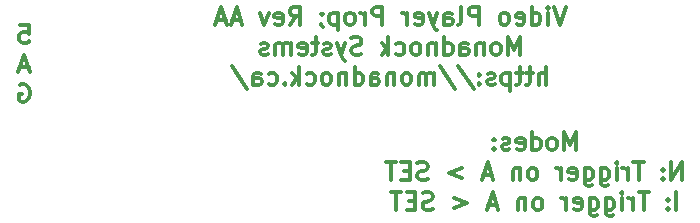
<source format=gbo>
G04 #@! TF.FileFunction,Legend,Bot*
%FSLAX46Y46*%
G04 Gerber Fmt 4.6, Leading zero omitted, Abs format (unit mm)*
G04 Created by KiCad (PCBNEW 4.0.7) date Sun Mar 11 19:02:25 2018*
%MOMM*%
%LPD*%
G01*
G04 APERTURE LIST*
%ADD10C,0.025400*%
%ADD11C,0.300000*%
G04 APERTURE END LIST*
D10*
D11*
X147726466Y-114743091D02*
X147726466Y-113243091D01*
X147226466Y-114314520D01*
X146726466Y-113243091D01*
X146726466Y-114743091D01*
X145797894Y-114743091D02*
X145940752Y-114671663D01*
X146012180Y-114600234D01*
X146083609Y-114457377D01*
X146083609Y-114028806D01*
X146012180Y-113885949D01*
X145940752Y-113814520D01*
X145797894Y-113743091D01*
X145583609Y-113743091D01*
X145440752Y-113814520D01*
X145369323Y-113885949D01*
X145297894Y-114028806D01*
X145297894Y-114457377D01*
X145369323Y-114600234D01*
X145440752Y-114671663D01*
X145583609Y-114743091D01*
X145797894Y-114743091D01*
X144012180Y-114743091D02*
X144012180Y-113243091D01*
X144012180Y-114671663D02*
X144155037Y-114743091D01*
X144440751Y-114743091D01*
X144583609Y-114671663D01*
X144655037Y-114600234D01*
X144726466Y-114457377D01*
X144726466Y-114028806D01*
X144655037Y-113885949D01*
X144583609Y-113814520D01*
X144440751Y-113743091D01*
X144155037Y-113743091D01*
X144012180Y-113814520D01*
X142726466Y-114671663D02*
X142869323Y-114743091D01*
X143155037Y-114743091D01*
X143297894Y-114671663D01*
X143369323Y-114528806D01*
X143369323Y-113957377D01*
X143297894Y-113814520D01*
X143155037Y-113743091D01*
X142869323Y-113743091D01*
X142726466Y-113814520D01*
X142655037Y-113957377D01*
X142655037Y-114100234D01*
X143369323Y-114243091D01*
X142083609Y-114671663D02*
X141940752Y-114743091D01*
X141655037Y-114743091D01*
X141512180Y-114671663D01*
X141440752Y-114528806D01*
X141440752Y-114457377D01*
X141512180Y-114314520D01*
X141655037Y-114243091D01*
X141869323Y-114243091D01*
X142012180Y-114171663D01*
X142083609Y-114028806D01*
X142083609Y-113957377D01*
X142012180Y-113814520D01*
X141869323Y-113743091D01*
X141655037Y-113743091D01*
X141512180Y-113814520D01*
X140797894Y-114600234D02*
X140726466Y-114671663D01*
X140797894Y-114743091D01*
X140869323Y-114671663D01*
X140797894Y-114600234D01*
X140797894Y-114743091D01*
X140797894Y-113814520D02*
X140726466Y-113885949D01*
X140797894Y-113957377D01*
X140869323Y-113885949D01*
X140797894Y-113814520D01*
X140797894Y-113957377D01*
X156655036Y-117293091D02*
X156655036Y-115793091D01*
X155797893Y-117293091D01*
X155797893Y-115793091D01*
X155083607Y-117150234D02*
X155012179Y-117221663D01*
X155083607Y-117293091D01*
X155155036Y-117221663D01*
X155083607Y-117150234D01*
X155083607Y-117293091D01*
X155083607Y-116364520D02*
X155012179Y-116435949D01*
X155083607Y-116507377D01*
X155155036Y-116435949D01*
X155083607Y-116364520D01*
X155083607Y-116507377D01*
X153440750Y-115793091D02*
X152583607Y-115793091D01*
X153012178Y-117293091D02*
X153012178Y-115793091D01*
X152083607Y-117293091D02*
X152083607Y-116293091D01*
X152083607Y-116578806D02*
X152012179Y-116435949D01*
X151940750Y-116364520D01*
X151797893Y-116293091D01*
X151655036Y-116293091D01*
X151155036Y-117293091D02*
X151155036Y-116293091D01*
X151155036Y-115793091D02*
X151226465Y-115864520D01*
X151155036Y-115935949D01*
X151083608Y-115864520D01*
X151155036Y-115793091D01*
X151155036Y-115935949D01*
X149797893Y-116293091D02*
X149797893Y-117507377D01*
X149869322Y-117650234D01*
X149940750Y-117721663D01*
X150083607Y-117793091D01*
X150297893Y-117793091D01*
X150440750Y-117721663D01*
X149797893Y-117221663D02*
X149940750Y-117293091D01*
X150226464Y-117293091D01*
X150369322Y-117221663D01*
X150440750Y-117150234D01*
X150512179Y-117007377D01*
X150512179Y-116578806D01*
X150440750Y-116435949D01*
X150369322Y-116364520D01*
X150226464Y-116293091D01*
X149940750Y-116293091D01*
X149797893Y-116364520D01*
X148440750Y-116293091D02*
X148440750Y-117507377D01*
X148512179Y-117650234D01*
X148583607Y-117721663D01*
X148726464Y-117793091D01*
X148940750Y-117793091D01*
X149083607Y-117721663D01*
X148440750Y-117221663D02*
X148583607Y-117293091D01*
X148869321Y-117293091D01*
X149012179Y-117221663D01*
X149083607Y-117150234D01*
X149155036Y-117007377D01*
X149155036Y-116578806D01*
X149083607Y-116435949D01*
X149012179Y-116364520D01*
X148869321Y-116293091D01*
X148583607Y-116293091D01*
X148440750Y-116364520D01*
X147155036Y-117221663D02*
X147297893Y-117293091D01*
X147583607Y-117293091D01*
X147726464Y-117221663D01*
X147797893Y-117078806D01*
X147797893Y-116507377D01*
X147726464Y-116364520D01*
X147583607Y-116293091D01*
X147297893Y-116293091D01*
X147155036Y-116364520D01*
X147083607Y-116507377D01*
X147083607Y-116650234D01*
X147797893Y-116793091D01*
X146440750Y-117293091D02*
X146440750Y-116293091D01*
X146440750Y-116578806D02*
X146369322Y-116435949D01*
X146297893Y-116364520D01*
X146155036Y-116293091D01*
X146012179Y-116293091D01*
X144155036Y-117293091D02*
X144297894Y-117221663D01*
X144369322Y-117150234D01*
X144440751Y-117007377D01*
X144440751Y-116578806D01*
X144369322Y-116435949D01*
X144297894Y-116364520D01*
X144155036Y-116293091D01*
X143940751Y-116293091D01*
X143797894Y-116364520D01*
X143726465Y-116435949D01*
X143655036Y-116578806D01*
X143655036Y-117007377D01*
X143726465Y-117150234D01*
X143797894Y-117221663D01*
X143940751Y-117293091D01*
X144155036Y-117293091D01*
X143012179Y-116293091D02*
X143012179Y-117293091D01*
X143012179Y-116435949D02*
X142940751Y-116364520D01*
X142797893Y-116293091D01*
X142583608Y-116293091D01*
X142440751Y-116364520D01*
X142369322Y-116507377D01*
X142369322Y-117293091D01*
X140583608Y-116864520D02*
X139869322Y-116864520D01*
X140726465Y-117293091D02*
X140226465Y-115793091D01*
X139726465Y-117293091D01*
X138083608Y-116293091D02*
X136940751Y-116721663D01*
X138083608Y-117150234D01*
X135155037Y-117221663D02*
X134940751Y-117293091D01*
X134583608Y-117293091D01*
X134440751Y-117221663D01*
X134369322Y-117150234D01*
X134297894Y-117007377D01*
X134297894Y-116864520D01*
X134369322Y-116721663D01*
X134440751Y-116650234D01*
X134583608Y-116578806D01*
X134869322Y-116507377D01*
X135012180Y-116435949D01*
X135083608Y-116364520D01*
X135155037Y-116221663D01*
X135155037Y-116078806D01*
X135083608Y-115935949D01*
X135012180Y-115864520D01*
X134869322Y-115793091D01*
X134512180Y-115793091D01*
X134297894Y-115864520D01*
X133655037Y-116507377D02*
X133155037Y-116507377D01*
X132940751Y-117293091D02*
X133655037Y-117293091D01*
X133655037Y-115793091D01*
X132940751Y-115793091D01*
X132512180Y-115793091D02*
X131655037Y-115793091D01*
X132083608Y-117293091D02*
X132083608Y-115793091D01*
X156226465Y-119843091D02*
X156226465Y-118343091D01*
X155512179Y-119700234D02*
X155440751Y-119771663D01*
X155512179Y-119843091D01*
X155583608Y-119771663D01*
X155512179Y-119700234D01*
X155512179Y-119843091D01*
X155512179Y-118914520D02*
X155440751Y-118985949D01*
X155512179Y-119057377D01*
X155583608Y-118985949D01*
X155512179Y-118914520D01*
X155512179Y-119057377D01*
X153869322Y-118343091D02*
X153012179Y-118343091D01*
X153440750Y-119843091D02*
X153440750Y-118343091D01*
X152512179Y-119843091D02*
X152512179Y-118843091D01*
X152512179Y-119128806D02*
X152440751Y-118985949D01*
X152369322Y-118914520D01*
X152226465Y-118843091D01*
X152083608Y-118843091D01*
X151583608Y-119843091D02*
X151583608Y-118843091D01*
X151583608Y-118343091D02*
X151655037Y-118414520D01*
X151583608Y-118485949D01*
X151512180Y-118414520D01*
X151583608Y-118343091D01*
X151583608Y-118485949D01*
X150226465Y-118843091D02*
X150226465Y-120057377D01*
X150297894Y-120200234D01*
X150369322Y-120271663D01*
X150512179Y-120343091D01*
X150726465Y-120343091D01*
X150869322Y-120271663D01*
X150226465Y-119771663D02*
X150369322Y-119843091D01*
X150655036Y-119843091D01*
X150797894Y-119771663D01*
X150869322Y-119700234D01*
X150940751Y-119557377D01*
X150940751Y-119128806D01*
X150869322Y-118985949D01*
X150797894Y-118914520D01*
X150655036Y-118843091D01*
X150369322Y-118843091D01*
X150226465Y-118914520D01*
X148869322Y-118843091D02*
X148869322Y-120057377D01*
X148940751Y-120200234D01*
X149012179Y-120271663D01*
X149155036Y-120343091D01*
X149369322Y-120343091D01*
X149512179Y-120271663D01*
X148869322Y-119771663D02*
X149012179Y-119843091D01*
X149297893Y-119843091D01*
X149440751Y-119771663D01*
X149512179Y-119700234D01*
X149583608Y-119557377D01*
X149583608Y-119128806D01*
X149512179Y-118985949D01*
X149440751Y-118914520D01*
X149297893Y-118843091D01*
X149012179Y-118843091D01*
X148869322Y-118914520D01*
X147583608Y-119771663D02*
X147726465Y-119843091D01*
X148012179Y-119843091D01*
X148155036Y-119771663D01*
X148226465Y-119628806D01*
X148226465Y-119057377D01*
X148155036Y-118914520D01*
X148012179Y-118843091D01*
X147726465Y-118843091D01*
X147583608Y-118914520D01*
X147512179Y-119057377D01*
X147512179Y-119200234D01*
X148226465Y-119343091D01*
X146869322Y-119843091D02*
X146869322Y-118843091D01*
X146869322Y-119128806D02*
X146797894Y-118985949D01*
X146726465Y-118914520D01*
X146583608Y-118843091D01*
X146440751Y-118843091D01*
X144583608Y-119843091D02*
X144726466Y-119771663D01*
X144797894Y-119700234D01*
X144869323Y-119557377D01*
X144869323Y-119128806D01*
X144797894Y-118985949D01*
X144726466Y-118914520D01*
X144583608Y-118843091D01*
X144369323Y-118843091D01*
X144226466Y-118914520D01*
X144155037Y-118985949D01*
X144083608Y-119128806D01*
X144083608Y-119557377D01*
X144155037Y-119700234D01*
X144226466Y-119771663D01*
X144369323Y-119843091D01*
X144583608Y-119843091D01*
X143440751Y-118843091D02*
X143440751Y-119843091D01*
X143440751Y-118985949D02*
X143369323Y-118914520D01*
X143226465Y-118843091D01*
X143012180Y-118843091D01*
X142869323Y-118914520D01*
X142797894Y-119057377D01*
X142797894Y-119843091D01*
X141012180Y-119414520D02*
X140297894Y-119414520D01*
X141155037Y-119843091D02*
X140655037Y-118343091D01*
X140155037Y-119843091D01*
X137369323Y-118843091D02*
X138512180Y-119271663D01*
X137369323Y-119700234D01*
X135583609Y-119771663D02*
X135369323Y-119843091D01*
X135012180Y-119843091D01*
X134869323Y-119771663D01*
X134797894Y-119700234D01*
X134726466Y-119557377D01*
X134726466Y-119414520D01*
X134797894Y-119271663D01*
X134869323Y-119200234D01*
X135012180Y-119128806D01*
X135297894Y-119057377D01*
X135440752Y-118985949D01*
X135512180Y-118914520D01*
X135583609Y-118771663D01*
X135583609Y-118628806D01*
X135512180Y-118485949D01*
X135440752Y-118414520D01*
X135297894Y-118343091D01*
X134940752Y-118343091D01*
X134726466Y-118414520D01*
X134083609Y-119057377D02*
X133583609Y-119057377D01*
X133369323Y-119843091D02*
X134083609Y-119843091D01*
X134083609Y-118343091D01*
X133369323Y-118343091D01*
X132940752Y-118343091D02*
X132083609Y-118343091D01*
X132512180Y-119843091D02*
X132512180Y-118343091D01*
X100619723Y-109265120D02*
X100762580Y-109193691D01*
X100976866Y-109193691D01*
X101191151Y-109265120D01*
X101334009Y-109407977D01*
X101405437Y-109550834D01*
X101476866Y-109836549D01*
X101476866Y-110050834D01*
X101405437Y-110336549D01*
X101334009Y-110479406D01*
X101191151Y-110622263D01*
X100976866Y-110693691D01*
X100834009Y-110693691D01*
X100619723Y-110622263D01*
X100548294Y-110550834D01*
X100548294Y-110050834D01*
X100834009Y-110050834D01*
X101369723Y-107765120D02*
X100655437Y-107765120D01*
X101512580Y-108193691D02*
X101012580Y-106693691D01*
X100512580Y-108193691D01*
X100655436Y-104193691D02*
X101369722Y-104193691D01*
X101441151Y-104907977D01*
X101369722Y-104836549D01*
X101226865Y-104765120D01*
X100869722Y-104765120D01*
X100726865Y-104836549D01*
X100655436Y-104907977D01*
X100584008Y-105050834D01*
X100584008Y-105407977D01*
X100655436Y-105550834D01*
X100726865Y-105622263D01*
X100869722Y-105693691D01*
X101226865Y-105693691D01*
X101369722Y-105622263D01*
X101441151Y-105550834D01*
X146834007Y-102643691D02*
X146334007Y-104143691D01*
X145834007Y-102643691D01*
X145334007Y-104143691D02*
X145334007Y-103143691D01*
X145334007Y-102643691D02*
X145405436Y-102715120D01*
X145334007Y-102786549D01*
X145262579Y-102715120D01*
X145334007Y-102643691D01*
X145334007Y-102786549D01*
X143976864Y-104143691D02*
X143976864Y-102643691D01*
X143976864Y-104072263D02*
X144119721Y-104143691D01*
X144405435Y-104143691D01*
X144548293Y-104072263D01*
X144619721Y-104000834D01*
X144691150Y-103857977D01*
X144691150Y-103429406D01*
X144619721Y-103286549D01*
X144548293Y-103215120D01*
X144405435Y-103143691D01*
X144119721Y-103143691D01*
X143976864Y-103215120D01*
X142691150Y-104072263D02*
X142834007Y-104143691D01*
X143119721Y-104143691D01*
X143262578Y-104072263D01*
X143334007Y-103929406D01*
X143334007Y-103357977D01*
X143262578Y-103215120D01*
X143119721Y-103143691D01*
X142834007Y-103143691D01*
X142691150Y-103215120D01*
X142619721Y-103357977D01*
X142619721Y-103500834D01*
X143334007Y-103643691D01*
X141762578Y-104143691D02*
X141905436Y-104072263D01*
X141976864Y-104000834D01*
X142048293Y-103857977D01*
X142048293Y-103429406D01*
X141976864Y-103286549D01*
X141905436Y-103215120D01*
X141762578Y-103143691D01*
X141548293Y-103143691D01*
X141405436Y-103215120D01*
X141334007Y-103286549D01*
X141262578Y-103429406D01*
X141262578Y-103857977D01*
X141334007Y-104000834D01*
X141405436Y-104072263D01*
X141548293Y-104143691D01*
X141762578Y-104143691D01*
X139476864Y-104143691D02*
X139476864Y-102643691D01*
X138905436Y-102643691D01*
X138762578Y-102715120D01*
X138691150Y-102786549D01*
X138619721Y-102929406D01*
X138619721Y-103143691D01*
X138691150Y-103286549D01*
X138762578Y-103357977D01*
X138905436Y-103429406D01*
X139476864Y-103429406D01*
X137762578Y-104143691D02*
X137905436Y-104072263D01*
X137976864Y-103929406D01*
X137976864Y-102643691D01*
X136548293Y-104143691D02*
X136548293Y-103357977D01*
X136619722Y-103215120D01*
X136762579Y-103143691D01*
X137048293Y-103143691D01*
X137191150Y-103215120D01*
X136548293Y-104072263D02*
X136691150Y-104143691D01*
X137048293Y-104143691D01*
X137191150Y-104072263D01*
X137262579Y-103929406D01*
X137262579Y-103786549D01*
X137191150Y-103643691D01*
X137048293Y-103572263D01*
X136691150Y-103572263D01*
X136548293Y-103500834D01*
X135976864Y-103143691D02*
X135619721Y-104143691D01*
X135262579Y-103143691D02*
X135619721Y-104143691D01*
X135762579Y-104500834D01*
X135834007Y-104572263D01*
X135976864Y-104643691D01*
X134119722Y-104072263D02*
X134262579Y-104143691D01*
X134548293Y-104143691D01*
X134691150Y-104072263D01*
X134762579Y-103929406D01*
X134762579Y-103357977D01*
X134691150Y-103215120D01*
X134548293Y-103143691D01*
X134262579Y-103143691D01*
X134119722Y-103215120D01*
X134048293Y-103357977D01*
X134048293Y-103500834D01*
X134762579Y-103643691D01*
X133405436Y-104143691D02*
X133405436Y-103143691D01*
X133405436Y-103429406D02*
X133334008Y-103286549D01*
X133262579Y-103215120D01*
X133119722Y-103143691D01*
X132976865Y-103143691D01*
X131334008Y-104143691D02*
X131334008Y-102643691D01*
X130762580Y-102643691D01*
X130619722Y-102715120D01*
X130548294Y-102786549D01*
X130476865Y-102929406D01*
X130476865Y-103143691D01*
X130548294Y-103286549D01*
X130619722Y-103357977D01*
X130762580Y-103429406D01*
X131334008Y-103429406D01*
X129834008Y-104143691D02*
X129834008Y-103143691D01*
X129834008Y-103429406D02*
X129762580Y-103286549D01*
X129691151Y-103215120D01*
X129548294Y-103143691D01*
X129405437Y-103143691D01*
X128691151Y-104143691D02*
X128834009Y-104072263D01*
X128905437Y-104000834D01*
X128976866Y-103857977D01*
X128976866Y-103429406D01*
X128905437Y-103286549D01*
X128834009Y-103215120D01*
X128691151Y-103143691D01*
X128476866Y-103143691D01*
X128334009Y-103215120D01*
X128262580Y-103286549D01*
X128191151Y-103429406D01*
X128191151Y-103857977D01*
X128262580Y-104000834D01*
X128334009Y-104072263D01*
X128476866Y-104143691D01*
X128691151Y-104143691D01*
X127548294Y-103143691D02*
X127548294Y-104643691D01*
X127548294Y-103215120D02*
X127405437Y-103143691D01*
X127119723Y-103143691D01*
X126976866Y-103215120D01*
X126905437Y-103286549D01*
X126834008Y-103429406D01*
X126834008Y-103857977D01*
X126905437Y-104000834D01*
X126976866Y-104072263D01*
X127119723Y-104143691D01*
X127405437Y-104143691D01*
X127548294Y-104072263D01*
X126119723Y-104072263D02*
X126119723Y-104143691D01*
X126191151Y-104286549D01*
X126262580Y-104357977D01*
X126191151Y-103215120D02*
X126119723Y-103286549D01*
X126191151Y-103357977D01*
X126262580Y-103286549D01*
X126191151Y-103215120D01*
X126191151Y-103357977D01*
X123476865Y-104143691D02*
X123976865Y-103429406D01*
X124334008Y-104143691D02*
X124334008Y-102643691D01*
X123762580Y-102643691D01*
X123619722Y-102715120D01*
X123548294Y-102786549D01*
X123476865Y-102929406D01*
X123476865Y-103143691D01*
X123548294Y-103286549D01*
X123619722Y-103357977D01*
X123762580Y-103429406D01*
X124334008Y-103429406D01*
X122262580Y-104072263D02*
X122405437Y-104143691D01*
X122691151Y-104143691D01*
X122834008Y-104072263D01*
X122905437Y-103929406D01*
X122905437Y-103357977D01*
X122834008Y-103215120D01*
X122691151Y-103143691D01*
X122405437Y-103143691D01*
X122262580Y-103215120D01*
X122191151Y-103357977D01*
X122191151Y-103500834D01*
X122905437Y-103643691D01*
X121691151Y-103143691D02*
X121334008Y-104143691D01*
X120976866Y-103143691D01*
X119334009Y-103715120D02*
X118619723Y-103715120D01*
X119476866Y-104143691D02*
X118976866Y-102643691D01*
X118476866Y-104143691D01*
X118048295Y-103715120D02*
X117334009Y-103715120D01*
X118191152Y-104143691D02*
X117691152Y-102643691D01*
X117191152Y-104143691D01*
X142976866Y-106693691D02*
X142976866Y-105193691D01*
X142476866Y-106265120D01*
X141976866Y-105193691D01*
X141976866Y-106693691D01*
X141048294Y-106693691D02*
X141191152Y-106622263D01*
X141262580Y-106550834D01*
X141334009Y-106407977D01*
X141334009Y-105979406D01*
X141262580Y-105836549D01*
X141191152Y-105765120D01*
X141048294Y-105693691D01*
X140834009Y-105693691D01*
X140691152Y-105765120D01*
X140619723Y-105836549D01*
X140548294Y-105979406D01*
X140548294Y-106407977D01*
X140619723Y-106550834D01*
X140691152Y-106622263D01*
X140834009Y-106693691D01*
X141048294Y-106693691D01*
X139905437Y-105693691D02*
X139905437Y-106693691D01*
X139905437Y-105836549D02*
X139834009Y-105765120D01*
X139691151Y-105693691D01*
X139476866Y-105693691D01*
X139334009Y-105765120D01*
X139262580Y-105907977D01*
X139262580Y-106693691D01*
X137905437Y-106693691D02*
X137905437Y-105907977D01*
X137976866Y-105765120D01*
X138119723Y-105693691D01*
X138405437Y-105693691D01*
X138548294Y-105765120D01*
X137905437Y-106622263D02*
X138048294Y-106693691D01*
X138405437Y-106693691D01*
X138548294Y-106622263D01*
X138619723Y-106479406D01*
X138619723Y-106336549D01*
X138548294Y-106193691D01*
X138405437Y-106122263D01*
X138048294Y-106122263D01*
X137905437Y-106050834D01*
X136548294Y-106693691D02*
X136548294Y-105193691D01*
X136548294Y-106622263D02*
X136691151Y-106693691D01*
X136976865Y-106693691D01*
X137119723Y-106622263D01*
X137191151Y-106550834D01*
X137262580Y-106407977D01*
X137262580Y-105979406D01*
X137191151Y-105836549D01*
X137119723Y-105765120D01*
X136976865Y-105693691D01*
X136691151Y-105693691D01*
X136548294Y-105765120D01*
X135834008Y-105693691D02*
X135834008Y-106693691D01*
X135834008Y-105836549D02*
X135762580Y-105765120D01*
X135619722Y-105693691D01*
X135405437Y-105693691D01*
X135262580Y-105765120D01*
X135191151Y-105907977D01*
X135191151Y-106693691D01*
X134262579Y-106693691D02*
X134405437Y-106622263D01*
X134476865Y-106550834D01*
X134548294Y-106407977D01*
X134548294Y-105979406D01*
X134476865Y-105836549D01*
X134405437Y-105765120D01*
X134262579Y-105693691D01*
X134048294Y-105693691D01*
X133905437Y-105765120D01*
X133834008Y-105836549D01*
X133762579Y-105979406D01*
X133762579Y-106407977D01*
X133834008Y-106550834D01*
X133905437Y-106622263D01*
X134048294Y-106693691D01*
X134262579Y-106693691D01*
X132476865Y-106622263D02*
X132619722Y-106693691D01*
X132905436Y-106693691D01*
X133048294Y-106622263D01*
X133119722Y-106550834D01*
X133191151Y-106407977D01*
X133191151Y-105979406D01*
X133119722Y-105836549D01*
X133048294Y-105765120D01*
X132905436Y-105693691D01*
X132619722Y-105693691D01*
X132476865Y-105765120D01*
X131834008Y-106693691D02*
X131834008Y-105193691D01*
X131691151Y-106122263D02*
X131262580Y-106693691D01*
X131262580Y-105693691D02*
X131834008Y-106265120D01*
X129548294Y-106622263D02*
X129334008Y-106693691D01*
X128976865Y-106693691D01*
X128834008Y-106622263D01*
X128762579Y-106550834D01*
X128691151Y-106407977D01*
X128691151Y-106265120D01*
X128762579Y-106122263D01*
X128834008Y-106050834D01*
X128976865Y-105979406D01*
X129262579Y-105907977D01*
X129405437Y-105836549D01*
X129476865Y-105765120D01*
X129548294Y-105622263D01*
X129548294Y-105479406D01*
X129476865Y-105336549D01*
X129405437Y-105265120D01*
X129262579Y-105193691D01*
X128905437Y-105193691D01*
X128691151Y-105265120D01*
X128191151Y-105693691D02*
X127834008Y-106693691D01*
X127476866Y-105693691D02*
X127834008Y-106693691D01*
X127976866Y-107050834D01*
X128048294Y-107122263D01*
X128191151Y-107193691D01*
X126976866Y-106622263D02*
X126834009Y-106693691D01*
X126548294Y-106693691D01*
X126405437Y-106622263D01*
X126334009Y-106479406D01*
X126334009Y-106407977D01*
X126405437Y-106265120D01*
X126548294Y-106193691D01*
X126762580Y-106193691D01*
X126905437Y-106122263D01*
X126976866Y-105979406D01*
X126976866Y-105907977D01*
X126905437Y-105765120D01*
X126762580Y-105693691D01*
X126548294Y-105693691D01*
X126405437Y-105765120D01*
X125905437Y-105693691D02*
X125334008Y-105693691D01*
X125691151Y-105193691D02*
X125691151Y-106479406D01*
X125619723Y-106622263D01*
X125476865Y-106693691D01*
X125334008Y-106693691D01*
X124262580Y-106622263D02*
X124405437Y-106693691D01*
X124691151Y-106693691D01*
X124834008Y-106622263D01*
X124905437Y-106479406D01*
X124905437Y-105907977D01*
X124834008Y-105765120D01*
X124691151Y-105693691D01*
X124405437Y-105693691D01*
X124262580Y-105765120D01*
X124191151Y-105907977D01*
X124191151Y-106050834D01*
X124905437Y-106193691D01*
X123548294Y-106693691D02*
X123548294Y-105693691D01*
X123548294Y-105836549D02*
X123476866Y-105765120D01*
X123334008Y-105693691D01*
X123119723Y-105693691D01*
X122976866Y-105765120D01*
X122905437Y-105907977D01*
X122905437Y-106693691D01*
X122905437Y-105907977D02*
X122834008Y-105765120D01*
X122691151Y-105693691D01*
X122476866Y-105693691D01*
X122334008Y-105765120D01*
X122262580Y-105907977D01*
X122262580Y-106693691D01*
X121619723Y-106622263D02*
X121476866Y-106693691D01*
X121191151Y-106693691D01*
X121048294Y-106622263D01*
X120976866Y-106479406D01*
X120976866Y-106407977D01*
X121048294Y-106265120D01*
X121191151Y-106193691D01*
X121405437Y-106193691D01*
X121548294Y-106122263D01*
X121619723Y-105979406D01*
X121619723Y-105907977D01*
X121548294Y-105765120D01*
X121405437Y-105693691D01*
X121191151Y-105693691D01*
X121048294Y-105765120D01*
X145191153Y-109243691D02*
X145191153Y-107743691D01*
X144548296Y-109243691D02*
X144548296Y-108457977D01*
X144619725Y-108315120D01*
X144762582Y-108243691D01*
X144976867Y-108243691D01*
X145119725Y-108315120D01*
X145191153Y-108386549D01*
X144048296Y-108243691D02*
X143476867Y-108243691D01*
X143834010Y-107743691D02*
X143834010Y-109029406D01*
X143762582Y-109172263D01*
X143619724Y-109243691D01*
X143476867Y-109243691D01*
X143191153Y-108243691D02*
X142619724Y-108243691D01*
X142976867Y-107743691D02*
X142976867Y-109029406D01*
X142905439Y-109172263D01*
X142762581Y-109243691D01*
X142619724Y-109243691D01*
X142119724Y-108243691D02*
X142119724Y-109743691D01*
X142119724Y-108315120D02*
X141976867Y-108243691D01*
X141691153Y-108243691D01*
X141548296Y-108315120D01*
X141476867Y-108386549D01*
X141405438Y-108529406D01*
X141405438Y-108957977D01*
X141476867Y-109100834D01*
X141548296Y-109172263D01*
X141691153Y-109243691D01*
X141976867Y-109243691D01*
X142119724Y-109172263D01*
X140834010Y-109172263D02*
X140691153Y-109243691D01*
X140405438Y-109243691D01*
X140262581Y-109172263D01*
X140191153Y-109029406D01*
X140191153Y-108957977D01*
X140262581Y-108815120D01*
X140405438Y-108743691D01*
X140619724Y-108743691D01*
X140762581Y-108672263D01*
X140834010Y-108529406D01*
X140834010Y-108457977D01*
X140762581Y-108315120D01*
X140619724Y-108243691D01*
X140405438Y-108243691D01*
X140262581Y-108315120D01*
X139548295Y-109100834D02*
X139476867Y-109172263D01*
X139548295Y-109243691D01*
X139619724Y-109172263D01*
X139548295Y-109100834D01*
X139548295Y-109243691D01*
X139548295Y-108315120D02*
X139476867Y-108386549D01*
X139548295Y-108457977D01*
X139619724Y-108386549D01*
X139548295Y-108315120D01*
X139548295Y-108457977D01*
X137762581Y-107672263D02*
X139048295Y-109600834D01*
X136191152Y-107672263D02*
X137476866Y-109600834D01*
X135691151Y-109243691D02*
X135691151Y-108243691D01*
X135691151Y-108386549D02*
X135619723Y-108315120D01*
X135476865Y-108243691D01*
X135262580Y-108243691D01*
X135119723Y-108315120D01*
X135048294Y-108457977D01*
X135048294Y-109243691D01*
X135048294Y-108457977D02*
X134976865Y-108315120D01*
X134834008Y-108243691D01*
X134619723Y-108243691D01*
X134476865Y-108315120D01*
X134405437Y-108457977D01*
X134405437Y-109243691D01*
X133476865Y-109243691D02*
X133619723Y-109172263D01*
X133691151Y-109100834D01*
X133762580Y-108957977D01*
X133762580Y-108529406D01*
X133691151Y-108386549D01*
X133619723Y-108315120D01*
X133476865Y-108243691D01*
X133262580Y-108243691D01*
X133119723Y-108315120D01*
X133048294Y-108386549D01*
X132976865Y-108529406D01*
X132976865Y-108957977D01*
X133048294Y-109100834D01*
X133119723Y-109172263D01*
X133262580Y-109243691D01*
X133476865Y-109243691D01*
X132334008Y-108243691D02*
X132334008Y-109243691D01*
X132334008Y-108386549D02*
X132262580Y-108315120D01*
X132119722Y-108243691D01*
X131905437Y-108243691D01*
X131762580Y-108315120D01*
X131691151Y-108457977D01*
X131691151Y-109243691D01*
X130334008Y-109243691D02*
X130334008Y-108457977D01*
X130405437Y-108315120D01*
X130548294Y-108243691D01*
X130834008Y-108243691D01*
X130976865Y-108315120D01*
X130334008Y-109172263D02*
X130476865Y-109243691D01*
X130834008Y-109243691D01*
X130976865Y-109172263D01*
X131048294Y-109029406D01*
X131048294Y-108886549D01*
X130976865Y-108743691D01*
X130834008Y-108672263D01*
X130476865Y-108672263D01*
X130334008Y-108600834D01*
X128976865Y-109243691D02*
X128976865Y-107743691D01*
X128976865Y-109172263D02*
X129119722Y-109243691D01*
X129405436Y-109243691D01*
X129548294Y-109172263D01*
X129619722Y-109100834D01*
X129691151Y-108957977D01*
X129691151Y-108529406D01*
X129619722Y-108386549D01*
X129548294Y-108315120D01*
X129405436Y-108243691D01*
X129119722Y-108243691D01*
X128976865Y-108315120D01*
X128262579Y-108243691D02*
X128262579Y-109243691D01*
X128262579Y-108386549D02*
X128191151Y-108315120D01*
X128048293Y-108243691D01*
X127834008Y-108243691D01*
X127691151Y-108315120D01*
X127619722Y-108457977D01*
X127619722Y-109243691D01*
X126691150Y-109243691D02*
X126834008Y-109172263D01*
X126905436Y-109100834D01*
X126976865Y-108957977D01*
X126976865Y-108529406D01*
X126905436Y-108386549D01*
X126834008Y-108315120D01*
X126691150Y-108243691D01*
X126476865Y-108243691D01*
X126334008Y-108315120D01*
X126262579Y-108386549D01*
X126191150Y-108529406D01*
X126191150Y-108957977D01*
X126262579Y-109100834D01*
X126334008Y-109172263D01*
X126476865Y-109243691D01*
X126691150Y-109243691D01*
X124905436Y-109172263D02*
X125048293Y-109243691D01*
X125334007Y-109243691D01*
X125476865Y-109172263D01*
X125548293Y-109100834D01*
X125619722Y-108957977D01*
X125619722Y-108529406D01*
X125548293Y-108386549D01*
X125476865Y-108315120D01*
X125334007Y-108243691D01*
X125048293Y-108243691D01*
X124905436Y-108315120D01*
X124262579Y-109243691D02*
X124262579Y-107743691D01*
X124119722Y-108672263D02*
X123691151Y-109243691D01*
X123691151Y-108243691D02*
X124262579Y-108815120D01*
X123048293Y-109100834D02*
X122976865Y-109172263D01*
X123048293Y-109243691D01*
X123119722Y-109172263D01*
X123048293Y-109100834D01*
X123048293Y-109243691D01*
X121691150Y-109172263D02*
X121834007Y-109243691D01*
X122119721Y-109243691D01*
X122262579Y-109172263D01*
X122334007Y-109100834D01*
X122405436Y-108957977D01*
X122405436Y-108529406D01*
X122334007Y-108386549D01*
X122262579Y-108315120D01*
X122119721Y-108243691D01*
X121834007Y-108243691D01*
X121691150Y-108315120D01*
X120405436Y-109243691D02*
X120405436Y-108457977D01*
X120476865Y-108315120D01*
X120619722Y-108243691D01*
X120905436Y-108243691D01*
X121048293Y-108315120D01*
X120405436Y-109172263D02*
X120548293Y-109243691D01*
X120905436Y-109243691D01*
X121048293Y-109172263D01*
X121119722Y-109029406D01*
X121119722Y-108886549D01*
X121048293Y-108743691D01*
X120905436Y-108672263D01*
X120548293Y-108672263D01*
X120405436Y-108600834D01*
X118619722Y-107672263D02*
X119905436Y-109600834D01*
M02*

</source>
